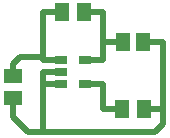
<source format=gtl>
G04 --- HEADER BEGIN --- *
%TF.GenerationSoftware,LibrePCB,LibrePCB,0.1.0*%
%TF.CreationDate,2018-08-01T23:36:33*%
%TF.ProjectId,My first project - default,95d86095-1982-49ec-9766-8fcddb3e5e54,v1*%
%TF.Part,Single*%
%FSLAX66Y66*%
%MOMM*%
G01*
G74*
G04 --- HEADER END --- *
G04 --- APERTURE LIST BEGIN --- *
%ADD10R,1.5X1.3*%
%ADD11R,1.3X1.5*%
%ADD12R,1.06X0.65*%
%ADD13C,0.5*%
G04 --- APERTURE LIST END --- *
G04 --- BOARD BEGIN --- *
D10*
X2540000Y12380000D03*
X2540000Y10480000D03*
D11*
X11750000Y9525000D03*
X13650000Y9525000D03*
D12*
X6620000Y11700000D03*
X6620000Y12700000D03*
X6620000Y13700000D03*
X8620000Y11700000D03*
X8620000Y13700000D03*
D11*
X11850000Y15240000D03*
X13550000Y15240000D03*
X8570000Y17780000D03*
X6670000Y17780000D03*
D13*
X10160000Y17780000D02*
X10160000Y15240000D01*
X8570000Y17780000D02*
X10160000Y17780000D01*
X10160000Y15240000D02*
X10160000Y13970000D01*
X10160000Y13700000D02*
X10160000Y13970000D01*
X8620000Y13700000D02*
X10160000Y13700000D01*
X11850000Y15240000D02*
X10160000Y15240000D01*
X11750000Y9525000D02*
X10160000Y9525000D01*
X8620000Y11700000D02*
X10160000Y11700000D01*
X10160000Y11700000D02*
X10160000Y9525000D01*
X6620000Y12700000D02*
X5080000Y12700000D01*
X5080000Y12700000D02*
X5080000Y11430000D01*
X14605000Y7620000D02*
X5080000Y7620000D01*
X13550000Y15240000D02*
X15240000Y15240000D01*
X2540000Y8890000D02*
X3810000Y7620000D01*
X5080000Y7620000D02*
X5080000Y11430000D01*
X13650000Y9525000D02*
X15240000Y9525000D01*
X15240000Y9525000D02*
X15240000Y15240000D01*
X14605000Y7620000D02*
X15240000Y8255000D01*
X3810000Y7620000D02*
X5080000Y7620000D01*
X6620000Y11700000D02*
X5080000Y11700000D01*
X15240000Y9525000D02*
X15240000Y8255000D01*
X2540000Y10480000D02*
X2540000Y8890000D01*
X5080000Y11700000D02*
X5080000Y11430000D01*
X3175000Y13970000D02*
X2540000Y13335000D01*
X6670000Y17780000D02*
X5080000Y17780000D01*
X5080000Y13970000D02*
X5080000Y17780000D01*
X5080000Y13970000D02*
X5080000Y13700000D01*
X5080000Y13970000D02*
X3175000Y13970000D01*
X2540000Y12380000D02*
X2540000Y13335000D01*
X6620000Y13700000D02*
X5080000Y13700000D01*
G04 --- BOARD END --- *
%TF.MD5,7ab36b5ed22f95fdcbb5f4c5dbc14812*%
M02*

</source>
